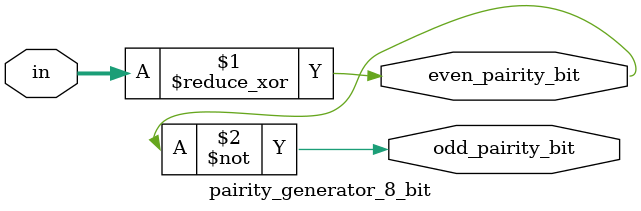
<source format=v>
`timescale 1ns / 1ps
module pairity_generator_8_bit(
    input [7:0] in,
    output even_pairity_bit,
    output odd_pairity_bit
    );

	assign even_pairity_bit = ^in;
	assign odd_pairity_bit = ~even_pairity_bit;

endmodule

</source>
